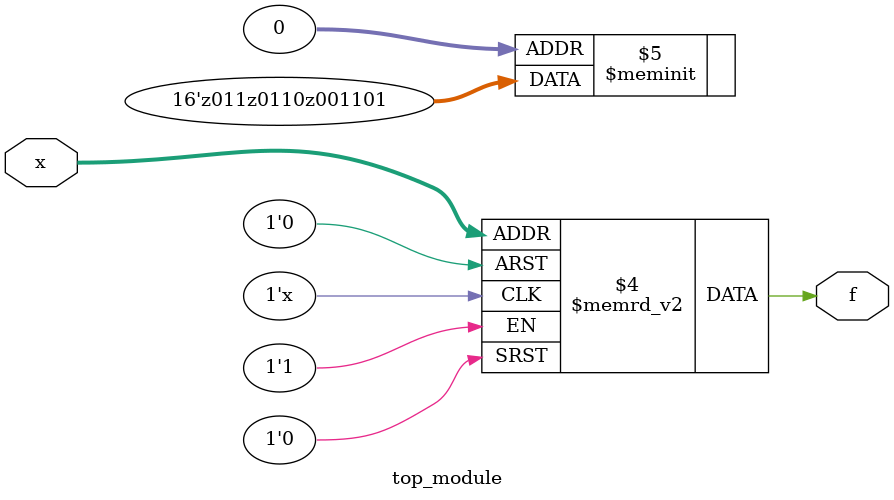
<source format=sv>
module top_module (
	input [4:1] x,
	output logic f
);

always_comb begin
    case (x)
        4'b00_00: f = 1'b1;
        4'b00_01: f = 1'b0;
        4'b00_10: f = 1'b1;
        4'b00_11: f = 1'b1;
        4'b01_00: f = 1'b0;
        4'b01_01: f = 1'b0;
        4'b01_10: f = 1'bz;
        4'b01_11: f = 1'b0;
        4'b10_00: f = 1'b1;
        4'b10_01: f = 1'b1;
        4'b10_10: f = 1'b0;
        4'b10_11: f = 1'bz;
        4'b11_00: f = 1'b1;
        4'b11_01: f = 1'b1;
        4'b11_10: f = 1'b0;
        4'b11_11: f = 1'bz;
        default: f = 1'bz; // Handle don't-cares
    endcase
end

endmodule

</source>
